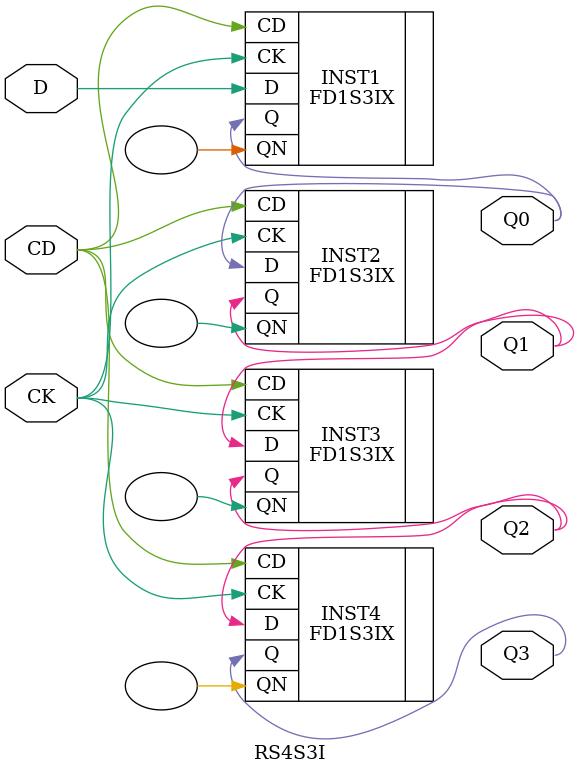
<source format=v>
`resetall
`timescale 1 ns / 100 ps

/* Created by DB2VERILOG Version 1.0.1.1 on Tue May 17 11:07:08 1994 */
/* module compiled from "lsl2db 3.6.4" run */

`celldefine
module RS4S3I (D, CK, CD, Q0, Q1, Q2, Q3);
input  D, CK, CD;
output Q0, Q1, Q2, Q3;
FD1S3IX INST1 (.D(D), .CK(CK), .CD(CD), .Q(Q0), .QN());
FD1S3IX INST2 (.D(Q0), .CK(CK), .CD(CD), .Q(Q1), .QN());
FD1S3IX INST3 (.D(Q1), .CK(CK), .CD(CD), .Q(Q2), .QN());
FD1S3IX INST4 (.D(Q2), .CK(CK), .CD(CD), .Q(Q3), .QN());

endmodule
`endcelldefine

</source>
